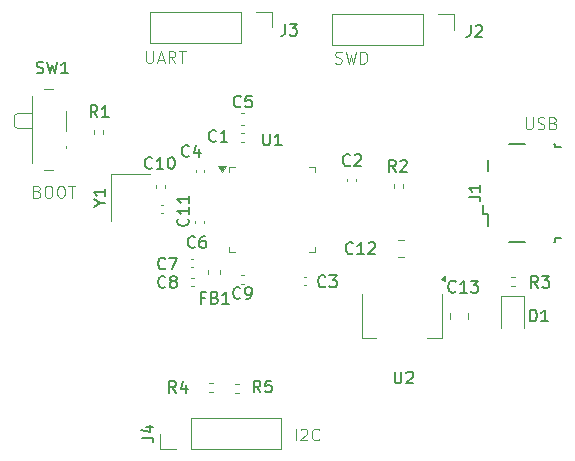
<source format=gbr>
%TF.GenerationSoftware,KiCad,Pcbnew,8.0.8*%
%TF.CreationDate,2025-03-31T20:29:26+08:00*%
%TF.ProjectId,1,312e6b69-6361-4645-9f70-636258585858,rev?*%
%TF.SameCoordinates,Original*%
%TF.FileFunction,Legend,Top*%
%TF.FilePolarity,Positive*%
%FSLAX46Y46*%
G04 Gerber Fmt 4.6, Leading zero omitted, Abs format (unit mm)*
G04 Created by KiCad (PCBNEW 8.0.8) date 2025-03-31 20:29:26*
%MOMM*%
%LPD*%
G01*
G04 APERTURE LIST*
%ADD10C,0.100000*%
%ADD11C,0.150000*%
%ADD12C,0.120000*%
G04 APERTURE END LIST*
D10*
X132353884Y-55522419D02*
X132353884Y-56331942D01*
X132353884Y-56331942D02*
X132401503Y-56427180D01*
X132401503Y-56427180D02*
X132449122Y-56474800D01*
X132449122Y-56474800D02*
X132544360Y-56522419D01*
X132544360Y-56522419D02*
X132734836Y-56522419D01*
X132734836Y-56522419D02*
X132830074Y-56474800D01*
X132830074Y-56474800D02*
X132877693Y-56427180D01*
X132877693Y-56427180D02*
X132925312Y-56331942D01*
X132925312Y-56331942D02*
X132925312Y-55522419D01*
X133353884Y-56474800D02*
X133496741Y-56522419D01*
X133496741Y-56522419D02*
X133734836Y-56522419D01*
X133734836Y-56522419D02*
X133830074Y-56474800D01*
X133830074Y-56474800D02*
X133877693Y-56427180D01*
X133877693Y-56427180D02*
X133925312Y-56331942D01*
X133925312Y-56331942D02*
X133925312Y-56236704D01*
X133925312Y-56236704D02*
X133877693Y-56141466D01*
X133877693Y-56141466D02*
X133830074Y-56093847D01*
X133830074Y-56093847D02*
X133734836Y-56046228D01*
X133734836Y-56046228D02*
X133544360Y-55998609D01*
X133544360Y-55998609D02*
X133449122Y-55950990D01*
X133449122Y-55950990D02*
X133401503Y-55903371D01*
X133401503Y-55903371D02*
X133353884Y-55808133D01*
X133353884Y-55808133D02*
X133353884Y-55712895D01*
X133353884Y-55712895D02*
X133401503Y-55617657D01*
X133401503Y-55617657D02*
X133449122Y-55570038D01*
X133449122Y-55570038D02*
X133544360Y-55522419D01*
X133544360Y-55522419D02*
X133782455Y-55522419D01*
X133782455Y-55522419D02*
X133925312Y-55570038D01*
X134687217Y-55998609D02*
X134830074Y-56046228D01*
X134830074Y-56046228D02*
X134877693Y-56093847D01*
X134877693Y-56093847D02*
X134925312Y-56189085D01*
X134925312Y-56189085D02*
X134925312Y-56331942D01*
X134925312Y-56331942D02*
X134877693Y-56427180D01*
X134877693Y-56427180D02*
X134830074Y-56474800D01*
X134830074Y-56474800D02*
X134734836Y-56522419D01*
X134734836Y-56522419D02*
X134353884Y-56522419D01*
X134353884Y-56522419D02*
X134353884Y-55522419D01*
X134353884Y-55522419D02*
X134687217Y-55522419D01*
X134687217Y-55522419D02*
X134782455Y-55570038D01*
X134782455Y-55570038D02*
X134830074Y-55617657D01*
X134830074Y-55617657D02*
X134877693Y-55712895D01*
X134877693Y-55712895D02*
X134877693Y-55808133D01*
X134877693Y-55808133D02*
X134830074Y-55903371D01*
X134830074Y-55903371D02*
X134782455Y-55950990D01*
X134782455Y-55950990D02*
X134687217Y-55998609D01*
X134687217Y-55998609D02*
X134353884Y-55998609D01*
X116206265Y-50924800D02*
X116349122Y-50972419D01*
X116349122Y-50972419D02*
X116587217Y-50972419D01*
X116587217Y-50972419D02*
X116682455Y-50924800D01*
X116682455Y-50924800D02*
X116730074Y-50877180D01*
X116730074Y-50877180D02*
X116777693Y-50781942D01*
X116777693Y-50781942D02*
X116777693Y-50686704D01*
X116777693Y-50686704D02*
X116730074Y-50591466D01*
X116730074Y-50591466D02*
X116682455Y-50543847D01*
X116682455Y-50543847D02*
X116587217Y-50496228D01*
X116587217Y-50496228D02*
X116396741Y-50448609D01*
X116396741Y-50448609D02*
X116301503Y-50400990D01*
X116301503Y-50400990D02*
X116253884Y-50353371D01*
X116253884Y-50353371D02*
X116206265Y-50258133D01*
X116206265Y-50258133D02*
X116206265Y-50162895D01*
X116206265Y-50162895D02*
X116253884Y-50067657D01*
X116253884Y-50067657D02*
X116301503Y-50020038D01*
X116301503Y-50020038D02*
X116396741Y-49972419D01*
X116396741Y-49972419D02*
X116634836Y-49972419D01*
X116634836Y-49972419D02*
X116777693Y-50020038D01*
X117111027Y-49972419D02*
X117349122Y-50972419D01*
X117349122Y-50972419D02*
X117539598Y-50258133D01*
X117539598Y-50258133D02*
X117730074Y-50972419D01*
X117730074Y-50972419D02*
X117968170Y-49972419D01*
X118349122Y-50972419D02*
X118349122Y-49972419D01*
X118349122Y-49972419D02*
X118587217Y-49972419D01*
X118587217Y-49972419D02*
X118730074Y-50020038D01*
X118730074Y-50020038D02*
X118825312Y-50115276D01*
X118825312Y-50115276D02*
X118872931Y-50210514D01*
X118872931Y-50210514D02*
X118920550Y-50400990D01*
X118920550Y-50400990D02*
X118920550Y-50543847D01*
X118920550Y-50543847D02*
X118872931Y-50734323D01*
X118872931Y-50734323D02*
X118825312Y-50829561D01*
X118825312Y-50829561D02*
X118730074Y-50924800D01*
X118730074Y-50924800D02*
X118587217Y-50972419D01*
X118587217Y-50972419D02*
X118349122Y-50972419D01*
X112853884Y-82872419D02*
X112853884Y-81872419D01*
X113282455Y-81967657D02*
X113330074Y-81920038D01*
X113330074Y-81920038D02*
X113425312Y-81872419D01*
X113425312Y-81872419D02*
X113663407Y-81872419D01*
X113663407Y-81872419D02*
X113758645Y-81920038D01*
X113758645Y-81920038D02*
X113806264Y-81967657D01*
X113806264Y-81967657D02*
X113853883Y-82062895D01*
X113853883Y-82062895D02*
X113853883Y-82158133D01*
X113853883Y-82158133D02*
X113806264Y-82300990D01*
X113806264Y-82300990D02*
X113234836Y-82872419D01*
X113234836Y-82872419D02*
X113853883Y-82872419D01*
X114853883Y-82777180D02*
X114806264Y-82824800D01*
X114806264Y-82824800D02*
X114663407Y-82872419D01*
X114663407Y-82872419D02*
X114568169Y-82872419D01*
X114568169Y-82872419D02*
X114425312Y-82824800D01*
X114425312Y-82824800D02*
X114330074Y-82729561D01*
X114330074Y-82729561D02*
X114282455Y-82634323D01*
X114282455Y-82634323D02*
X114234836Y-82443847D01*
X114234836Y-82443847D02*
X114234836Y-82300990D01*
X114234836Y-82300990D02*
X114282455Y-82110514D01*
X114282455Y-82110514D02*
X114330074Y-82015276D01*
X114330074Y-82015276D02*
X114425312Y-81920038D01*
X114425312Y-81920038D02*
X114568169Y-81872419D01*
X114568169Y-81872419D02*
X114663407Y-81872419D01*
X114663407Y-81872419D02*
X114806264Y-81920038D01*
X114806264Y-81920038D02*
X114853883Y-81967657D01*
X100203884Y-49922419D02*
X100203884Y-50731942D01*
X100203884Y-50731942D02*
X100251503Y-50827180D01*
X100251503Y-50827180D02*
X100299122Y-50874800D01*
X100299122Y-50874800D02*
X100394360Y-50922419D01*
X100394360Y-50922419D02*
X100584836Y-50922419D01*
X100584836Y-50922419D02*
X100680074Y-50874800D01*
X100680074Y-50874800D02*
X100727693Y-50827180D01*
X100727693Y-50827180D02*
X100775312Y-50731942D01*
X100775312Y-50731942D02*
X100775312Y-49922419D01*
X101203884Y-50636704D02*
X101680074Y-50636704D01*
X101108646Y-50922419D02*
X101441979Y-49922419D01*
X101441979Y-49922419D02*
X101775312Y-50922419D01*
X102680074Y-50922419D02*
X102346741Y-50446228D01*
X102108646Y-50922419D02*
X102108646Y-49922419D01*
X102108646Y-49922419D02*
X102489598Y-49922419D01*
X102489598Y-49922419D02*
X102584836Y-49970038D01*
X102584836Y-49970038D02*
X102632455Y-50017657D01*
X102632455Y-50017657D02*
X102680074Y-50112895D01*
X102680074Y-50112895D02*
X102680074Y-50255752D01*
X102680074Y-50255752D02*
X102632455Y-50350990D01*
X102632455Y-50350990D02*
X102584836Y-50398609D01*
X102584836Y-50398609D02*
X102489598Y-50446228D01*
X102489598Y-50446228D02*
X102108646Y-50446228D01*
X102965789Y-49922419D02*
X103537217Y-49922419D01*
X103251503Y-50922419D02*
X103251503Y-49922419D01*
X90987217Y-61798609D02*
X91130074Y-61846228D01*
X91130074Y-61846228D02*
X91177693Y-61893847D01*
X91177693Y-61893847D02*
X91225312Y-61989085D01*
X91225312Y-61989085D02*
X91225312Y-62131942D01*
X91225312Y-62131942D02*
X91177693Y-62227180D01*
X91177693Y-62227180D02*
X91130074Y-62274800D01*
X91130074Y-62274800D02*
X91034836Y-62322419D01*
X91034836Y-62322419D02*
X90653884Y-62322419D01*
X90653884Y-62322419D02*
X90653884Y-61322419D01*
X90653884Y-61322419D02*
X90987217Y-61322419D01*
X90987217Y-61322419D02*
X91082455Y-61370038D01*
X91082455Y-61370038D02*
X91130074Y-61417657D01*
X91130074Y-61417657D02*
X91177693Y-61512895D01*
X91177693Y-61512895D02*
X91177693Y-61608133D01*
X91177693Y-61608133D02*
X91130074Y-61703371D01*
X91130074Y-61703371D02*
X91082455Y-61750990D01*
X91082455Y-61750990D02*
X90987217Y-61798609D01*
X90987217Y-61798609D02*
X90653884Y-61798609D01*
X91844360Y-61322419D02*
X92034836Y-61322419D01*
X92034836Y-61322419D02*
X92130074Y-61370038D01*
X92130074Y-61370038D02*
X92225312Y-61465276D01*
X92225312Y-61465276D02*
X92272931Y-61655752D01*
X92272931Y-61655752D02*
X92272931Y-61989085D01*
X92272931Y-61989085D02*
X92225312Y-62179561D01*
X92225312Y-62179561D02*
X92130074Y-62274800D01*
X92130074Y-62274800D02*
X92034836Y-62322419D01*
X92034836Y-62322419D02*
X91844360Y-62322419D01*
X91844360Y-62322419D02*
X91749122Y-62274800D01*
X91749122Y-62274800D02*
X91653884Y-62179561D01*
X91653884Y-62179561D02*
X91606265Y-61989085D01*
X91606265Y-61989085D02*
X91606265Y-61655752D01*
X91606265Y-61655752D02*
X91653884Y-61465276D01*
X91653884Y-61465276D02*
X91749122Y-61370038D01*
X91749122Y-61370038D02*
X91844360Y-61322419D01*
X92891979Y-61322419D02*
X93082455Y-61322419D01*
X93082455Y-61322419D02*
X93177693Y-61370038D01*
X93177693Y-61370038D02*
X93272931Y-61465276D01*
X93272931Y-61465276D02*
X93320550Y-61655752D01*
X93320550Y-61655752D02*
X93320550Y-61989085D01*
X93320550Y-61989085D02*
X93272931Y-62179561D01*
X93272931Y-62179561D02*
X93177693Y-62274800D01*
X93177693Y-62274800D02*
X93082455Y-62322419D01*
X93082455Y-62322419D02*
X92891979Y-62322419D01*
X92891979Y-62322419D02*
X92796741Y-62274800D01*
X92796741Y-62274800D02*
X92701503Y-62179561D01*
X92701503Y-62179561D02*
X92653884Y-61989085D01*
X92653884Y-61989085D02*
X92653884Y-61655752D01*
X92653884Y-61655752D02*
X92701503Y-61465276D01*
X92701503Y-61465276D02*
X92796741Y-61370038D01*
X92796741Y-61370038D02*
X92891979Y-61322419D01*
X93606265Y-61322419D02*
X94177693Y-61322419D01*
X93891979Y-62322419D02*
X93891979Y-61322419D01*
D11*
X96278628Y-62776190D02*
X96754819Y-62776190D01*
X95754819Y-63109523D02*
X96278628Y-62776190D01*
X96278628Y-62776190D02*
X95754819Y-62442857D01*
X96754819Y-61585714D02*
X96754819Y-62157142D01*
X96754819Y-61871428D02*
X95754819Y-61871428D01*
X95754819Y-61871428D02*
X95897676Y-61966666D01*
X95897676Y-61966666D02*
X95992914Y-62061904D01*
X95992914Y-62061904D02*
X96040533Y-62157142D01*
X108220833Y-54579580D02*
X108173214Y-54627200D01*
X108173214Y-54627200D02*
X108030357Y-54674819D01*
X108030357Y-54674819D02*
X107935119Y-54674819D01*
X107935119Y-54674819D02*
X107792262Y-54627200D01*
X107792262Y-54627200D02*
X107697024Y-54531961D01*
X107697024Y-54531961D02*
X107649405Y-54436723D01*
X107649405Y-54436723D02*
X107601786Y-54246247D01*
X107601786Y-54246247D02*
X107601786Y-54103390D01*
X107601786Y-54103390D02*
X107649405Y-53912914D01*
X107649405Y-53912914D02*
X107697024Y-53817676D01*
X107697024Y-53817676D02*
X107792262Y-53722438D01*
X107792262Y-53722438D02*
X107935119Y-53674819D01*
X107935119Y-53674819D02*
X108030357Y-53674819D01*
X108030357Y-53674819D02*
X108173214Y-53722438D01*
X108173214Y-53722438D02*
X108220833Y-53770057D01*
X109125595Y-53674819D02*
X108649405Y-53674819D01*
X108649405Y-53674819D02*
X108601786Y-54151009D01*
X108601786Y-54151009D02*
X108649405Y-54103390D01*
X108649405Y-54103390D02*
X108744643Y-54055771D01*
X108744643Y-54055771D02*
X108982738Y-54055771D01*
X108982738Y-54055771D02*
X109077976Y-54103390D01*
X109077976Y-54103390D02*
X109125595Y-54151009D01*
X109125595Y-54151009D02*
X109173214Y-54246247D01*
X109173214Y-54246247D02*
X109173214Y-54484342D01*
X109173214Y-54484342D02*
X109125595Y-54579580D01*
X109125595Y-54579580D02*
X109077976Y-54627200D01*
X109077976Y-54627200D02*
X108982738Y-54674819D01*
X108982738Y-54674819D02*
X108744643Y-54674819D01*
X108744643Y-54674819D02*
X108649405Y-54627200D01*
X108649405Y-54627200D02*
X108601786Y-54579580D01*
X99824819Y-82633333D02*
X100539104Y-82633333D01*
X100539104Y-82633333D02*
X100681961Y-82680952D01*
X100681961Y-82680952D02*
X100777200Y-82776190D01*
X100777200Y-82776190D02*
X100824819Y-82919047D01*
X100824819Y-82919047D02*
X100824819Y-83014285D01*
X100158152Y-81728571D02*
X100824819Y-81728571D01*
X99777200Y-81966666D02*
X100491485Y-82204761D01*
X100491485Y-82204761D02*
X100491485Y-81585714D01*
X110100595Y-56904819D02*
X110100595Y-57714342D01*
X110100595Y-57714342D02*
X110148214Y-57809580D01*
X110148214Y-57809580D02*
X110195833Y-57857200D01*
X110195833Y-57857200D02*
X110291071Y-57904819D01*
X110291071Y-57904819D02*
X110481547Y-57904819D01*
X110481547Y-57904819D02*
X110576785Y-57857200D01*
X110576785Y-57857200D02*
X110624404Y-57809580D01*
X110624404Y-57809580D02*
X110672023Y-57714342D01*
X110672023Y-57714342D02*
X110672023Y-56904819D01*
X111672023Y-57904819D02*
X111100595Y-57904819D01*
X111386309Y-57904819D02*
X111386309Y-56904819D01*
X111386309Y-56904819D02*
X111291071Y-57047676D01*
X111291071Y-57047676D02*
X111195833Y-57142914D01*
X111195833Y-57142914D02*
X111100595Y-57190533D01*
X117707142Y-67009580D02*
X117659523Y-67057200D01*
X117659523Y-67057200D02*
X117516666Y-67104819D01*
X117516666Y-67104819D02*
X117421428Y-67104819D01*
X117421428Y-67104819D02*
X117278571Y-67057200D01*
X117278571Y-67057200D02*
X117183333Y-66961961D01*
X117183333Y-66961961D02*
X117135714Y-66866723D01*
X117135714Y-66866723D02*
X117088095Y-66676247D01*
X117088095Y-66676247D02*
X117088095Y-66533390D01*
X117088095Y-66533390D02*
X117135714Y-66342914D01*
X117135714Y-66342914D02*
X117183333Y-66247676D01*
X117183333Y-66247676D02*
X117278571Y-66152438D01*
X117278571Y-66152438D02*
X117421428Y-66104819D01*
X117421428Y-66104819D02*
X117516666Y-66104819D01*
X117516666Y-66104819D02*
X117659523Y-66152438D01*
X117659523Y-66152438D02*
X117707142Y-66200057D01*
X118659523Y-67104819D02*
X118088095Y-67104819D01*
X118373809Y-67104819D02*
X118373809Y-66104819D01*
X118373809Y-66104819D02*
X118278571Y-66247676D01*
X118278571Y-66247676D02*
X118183333Y-66342914D01*
X118183333Y-66342914D02*
X118088095Y-66390533D01*
X119040476Y-66200057D02*
X119088095Y-66152438D01*
X119088095Y-66152438D02*
X119183333Y-66104819D01*
X119183333Y-66104819D02*
X119421428Y-66104819D01*
X119421428Y-66104819D02*
X119516666Y-66152438D01*
X119516666Y-66152438D02*
X119564285Y-66200057D01*
X119564285Y-66200057D02*
X119611904Y-66295295D01*
X119611904Y-66295295D02*
X119611904Y-66390533D01*
X119611904Y-66390533D02*
X119564285Y-66533390D01*
X119564285Y-66533390D02*
X118992857Y-67104819D01*
X118992857Y-67104819D02*
X119611904Y-67104819D01*
X126407142Y-70259580D02*
X126359523Y-70307200D01*
X126359523Y-70307200D02*
X126216666Y-70354819D01*
X126216666Y-70354819D02*
X126121428Y-70354819D01*
X126121428Y-70354819D02*
X125978571Y-70307200D01*
X125978571Y-70307200D02*
X125883333Y-70211961D01*
X125883333Y-70211961D02*
X125835714Y-70116723D01*
X125835714Y-70116723D02*
X125788095Y-69926247D01*
X125788095Y-69926247D02*
X125788095Y-69783390D01*
X125788095Y-69783390D02*
X125835714Y-69592914D01*
X125835714Y-69592914D02*
X125883333Y-69497676D01*
X125883333Y-69497676D02*
X125978571Y-69402438D01*
X125978571Y-69402438D02*
X126121428Y-69354819D01*
X126121428Y-69354819D02*
X126216666Y-69354819D01*
X126216666Y-69354819D02*
X126359523Y-69402438D01*
X126359523Y-69402438D02*
X126407142Y-69450057D01*
X127359523Y-70354819D02*
X126788095Y-70354819D01*
X127073809Y-70354819D02*
X127073809Y-69354819D01*
X127073809Y-69354819D02*
X126978571Y-69497676D01*
X126978571Y-69497676D02*
X126883333Y-69592914D01*
X126883333Y-69592914D02*
X126788095Y-69640533D01*
X127692857Y-69354819D02*
X128311904Y-69354819D01*
X128311904Y-69354819D02*
X127978571Y-69735771D01*
X127978571Y-69735771D02*
X128121428Y-69735771D01*
X128121428Y-69735771D02*
X128216666Y-69783390D01*
X128216666Y-69783390D02*
X128264285Y-69831009D01*
X128264285Y-69831009D02*
X128311904Y-69926247D01*
X128311904Y-69926247D02*
X128311904Y-70164342D01*
X128311904Y-70164342D02*
X128264285Y-70259580D01*
X128264285Y-70259580D02*
X128216666Y-70307200D01*
X128216666Y-70307200D02*
X128121428Y-70354819D01*
X128121428Y-70354819D02*
X127835714Y-70354819D01*
X127835714Y-70354819D02*
X127740476Y-70307200D01*
X127740476Y-70307200D02*
X127692857Y-70259580D01*
X117483333Y-59559580D02*
X117435714Y-59607200D01*
X117435714Y-59607200D02*
X117292857Y-59654819D01*
X117292857Y-59654819D02*
X117197619Y-59654819D01*
X117197619Y-59654819D02*
X117054762Y-59607200D01*
X117054762Y-59607200D02*
X116959524Y-59511961D01*
X116959524Y-59511961D02*
X116911905Y-59416723D01*
X116911905Y-59416723D02*
X116864286Y-59226247D01*
X116864286Y-59226247D02*
X116864286Y-59083390D01*
X116864286Y-59083390D02*
X116911905Y-58892914D01*
X116911905Y-58892914D02*
X116959524Y-58797676D01*
X116959524Y-58797676D02*
X117054762Y-58702438D01*
X117054762Y-58702438D02*
X117197619Y-58654819D01*
X117197619Y-58654819D02*
X117292857Y-58654819D01*
X117292857Y-58654819D02*
X117435714Y-58702438D01*
X117435714Y-58702438D02*
X117483333Y-58750057D01*
X117864286Y-58750057D02*
X117911905Y-58702438D01*
X117911905Y-58702438D02*
X118007143Y-58654819D01*
X118007143Y-58654819D02*
X118245238Y-58654819D01*
X118245238Y-58654819D02*
X118340476Y-58702438D01*
X118340476Y-58702438D02*
X118388095Y-58750057D01*
X118388095Y-58750057D02*
X118435714Y-58845295D01*
X118435714Y-58845295D02*
X118435714Y-58940533D01*
X118435714Y-58940533D02*
X118388095Y-59083390D01*
X118388095Y-59083390D02*
X117816667Y-59654819D01*
X117816667Y-59654819D02*
X118435714Y-59654819D01*
X121333333Y-60144819D02*
X121000000Y-59668628D01*
X120761905Y-60144819D02*
X120761905Y-59144819D01*
X120761905Y-59144819D02*
X121142857Y-59144819D01*
X121142857Y-59144819D02*
X121238095Y-59192438D01*
X121238095Y-59192438D02*
X121285714Y-59240057D01*
X121285714Y-59240057D02*
X121333333Y-59335295D01*
X121333333Y-59335295D02*
X121333333Y-59478152D01*
X121333333Y-59478152D02*
X121285714Y-59573390D01*
X121285714Y-59573390D02*
X121238095Y-59621009D01*
X121238095Y-59621009D02*
X121142857Y-59668628D01*
X121142857Y-59668628D02*
X120761905Y-59668628D01*
X121714286Y-59240057D02*
X121761905Y-59192438D01*
X121761905Y-59192438D02*
X121857143Y-59144819D01*
X121857143Y-59144819D02*
X122095238Y-59144819D01*
X122095238Y-59144819D02*
X122190476Y-59192438D01*
X122190476Y-59192438D02*
X122238095Y-59240057D01*
X122238095Y-59240057D02*
X122285714Y-59335295D01*
X122285714Y-59335295D02*
X122285714Y-59430533D01*
X122285714Y-59430533D02*
X122238095Y-59573390D01*
X122238095Y-59573390D02*
X121666667Y-60144819D01*
X121666667Y-60144819D02*
X122285714Y-60144819D01*
X102733333Y-78854819D02*
X102400000Y-78378628D01*
X102161905Y-78854819D02*
X102161905Y-77854819D01*
X102161905Y-77854819D02*
X102542857Y-77854819D01*
X102542857Y-77854819D02*
X102638095Y-77902438D01*
X102638095Y-77902438D02*
X102685714Y-77950057D01*
X102685714Y-77950057D02*
X102733333Y-78045295D01*
X102733333Y-78045295D02*
X102733333Y-78188152D01*
X102733333Y-78188152D02*
X102685714Y-78283390D01*
X102685714Y-78283390D02*
X102638095Y-78331009D01*
X102638095Y-78331009D02*
X102542857Y-78378628D01*
X102542857Y-78378628D02*
X102161905Y-78378628D01*
X103590476Y-78188152D02*
X103590476Y-78854819D01*
X103352381Y-77807200D02*
X103114286Y-78521485D01*
X103114286Y-78521485D02*
X103733333Y-78521485D01*
X103833333Y-58779580D02*
X103785714Y-58827200D01*
X103785714Y-58827200D02*
X103642857Y-58874819D01*
X103642857Y-58874819D02*
X103547619Y-58874819D01*
X103547619Y-58874819D02*
X103404762Y-58827200D01*
X103404762Y-58827200D02*
X103309524Y-58731961D01*
X103309524Y-58731961D02*
X103261905Y-58636723D01*
X103261905Y-58636723D02*
X103214286Y-58446247D01*
X103214286Y-58446247D02*
X103214286Y-58303390D01*
X103214286Y-58303390D02*
X103261905Y-58112914D01*
X103261905Y-58112914D02*
X103309524Y-58017676D01*
X103309524Y-58017676D02*
X103404762Y-57922438D01*
X103404762Y-57922438D02*
X103547619Y-57874819D01*
X103547619Y-57874819D02*
X103642857Y-57874819D01*
X103642857Y-57874819D02*
X103785714Y-57922438D01*
X103785714Y-57922438D02*
X103833333Y-57970057D01*
X104690476Y-58208152D02*
X104690476Y-58874819D01*
X104452381Y-57827200D02*
X104214286Y-58541485D01*
X104214286Y-58541485D02*
X104833333Y-58541485D01*
X111966666Y-47604819D02*
X111966666Y-48319104D01*
X111966666Y-48319104D02*
X111919047Y-48461961D01*
X111919047Y-48461961D02*
X111823809Y-48557200D01*
X111823809Y-48557200D02*
X111680952Y-48604819D01*
X111680952Y-48604819D02*
X111585714Y-48604819D01*
X112347619Y-47604819D02*
X112966666Y-47604819D01*
X112966666Y-47604819D02*
X112633333Y-47985771D01*
X112633333Y-47985771D02*
X112776190Y-47985771D01*
X112776190Y-47985771D02*
X112871428Y-48033390D01*
X112871428Y-48033390D02*
X112919047Y-48081009D01*
X112919047Y-48081009D02*
X112966666Y-48176247D01*
X112966666Y-48176247D02*
X112966666Y-48414342D01*
X112966666Y-48414342D02*
X112919047Y-48509580D01*
X112919047Y-48509580D02*
X112871428Y-48557200D01*
X112871428Y-48557200D02*
X112776190Y-48604819D01*
X112776190Y-48604819D02*
X112490476Y-48604819D01*
X112490476Y-48604819D02*
X112395238Y-48557200D01*
X112395238Y-48557200D02*
X112347619Y-48509580D01*
X133383333Y-69954819D02*
X133050000Y-69478628D01*
X132811905Y-69954819D02*
X132811905Y-68954819D01*
X132811905Y-68954819D02*
X133192857Y-68954819D01*
X133192857Y-68954819D02*
X133288095Y-69002438D01*
X133288095Y-69002438D02*
X133335714Y-69050057D01*
X133335714Y-69050057D02*
X133383333Y-69145295D01*
X133383333Y-69145295D02*
X133383333Y-69288152D01*
X133383333Y-69288152D02*
X133335714Y-69383390D01*
X133335714Y-69383390D02*
X133288095Y-69431009D01*
X133288095Y-69431009D02*
X133192857Y-69478628D01*
X133192857Y-69478628D02*
X132811905Y-69478628D01*
X133716667Y-68954819D02*
X134335714Y-68954819D01*
X134335714Y-68954819D02*
X134002381Y-69335771D01*
X134002381Y-69335771D02*
X134145238Y-69335771D01*
X134145238Y-69335771D02*
X134240476Y-69383390D01*
X134240476Y-69383390D02*
X134288095Y-69431009D01*
X134288095Y-69431009D02*
X134335714Y-69526247D01*
X134335714Y-69526247D02*
X134335714Y-69764342D01*
X134335714Y-69764342D02*
X134288095Y-69859580D01*
X134288095Y-69859580D02*
X134240476Y-69907200D01*
X134240476Y-69907200D02*
X134145238Y-69954819D01*
X134145238Y-69954819D02*
X133859524Y-69954819D01*
X133859524Y-69954819D02*
X133764286Y-69907200D01*
X133764286Y-69907200D02*
X133716667Y-69859580D01*
X105166666Y-70781009D02*
X104833333Y-70781009D01*
X104833333Y-71304819D02*
X104833333Y-70304819D01*
X104833333Y-70304819D02*
X105309523Y-70304819D01*
X106023809Y-70781009D02*
X106166666Y-70828628D01*
X106166666Y-70828628D02*
X106214285Y-70876247D01*
X106214285Y-70876247D02*
X106261904Y-70971485D01*
X106261904Y-70971485D02*
X106261904Y-71114342D01*
X106261904Y-71114342D02*
X106214285Y-71209580D01*
X106214285Y-71209580D02*
X106166666Y-71257200D01*
X106166666Y-71257200D02*
X106071428Y-71304819D01*
X106071428Y-71304819D02*
X105690476Y-71304819D01*
X105690476Y-71304819D02*
X105690476Y-70304819D01*
X105690476Y-70304819D02*
X106023809Y-70304819D01*
X106023809Y-70304819D02*
X106119047Y-70352438D01*
X106119047Y-70352438D02*
X106166666Y-70400057D01*
X106166666Y-70400057D02*
X106214285Y-70495295D01*
X106214285Y-70495295D02*
X106214285Y-70590533D01*
X106214285Y-70590533D02*
X106166666Y-70685771D01*
X106166666Y-70685771D02*
X106119047Y-70733390D01*
X106119047Y-70733390D02*
X106023809Y-70781009D01*
X106023809Y-70781009D02*
X105690476Y-70781009D01*
X107214285Y-71304819D02*
X106642857Y-71304819D01*
X106928571Y-71304819D02*
X106928571Y-70304819D01*
X106928571Y-70304819D02*
X106833333Y-70447676D01*
X106833333Y-70447676D02*
X106738095Y-70542914D01*
X106738095Y-70542914D02*
X106642857Y-70590533D01*
X127504819Y-62233333D02*
X128219104Y-62233333D01*
X128219104Y-62233333D02*
X128361961Y-62280952D01*
X128361961Y-62280952D02*
X128457200Y-62376190D01*
X128457200Y-62376190D02*
X128504819Y-62519047D01*
X128504819Y-62519047D02*
X128504819Y-62614285D01*
X128504819Y-61233333D02*
X128504819Y-61804761D01*
X128504819Y-61519047D02*
X127504819Y-61519047D01*
X127504819Y-61519047D02*
X127647676Y-61614285D01*
X127647676Y-61614285D02*
X127742914Y-61709523D01*
X127742914Y-61709523D02*
X127790533Y-61804761D01*
X104333333Y-66479580D02*
X104285714Y-66527200D01*
X104285714Y-66527200D02*
X104142857Y-66574819D01*
X104142857Y-66574819D02*
X104047619Y-66574819D01*
X104047619Y-66574819D02*
X103904762Y-66527200D01*
X103904762Y-66527200D02*
X103809524Y-66431961D01*
X103809524Y-66431961D02*
X103761905Y-66336723D01*
X103761905Y-66336723D02*
X103714286Y-66146247D01*
X103714286Y-66146247D02*
X103714286Y-66003390D01*
X103714286Y-66003390D02*
X103761905Y-65812914D01*
X103761905Y-65812914D02*
X103809524Y-65717676D01*
X103809524Y-65717676D02*
X103904762Y-65622438D01*
X103904762Y-65622438D02*
X104047619Y-65574819D01*
X104047619Y-65574819D02*
X104142857Y-65574819D01*
X104142857Y-65574819D02*
X104285714Y-65622438D01*
X104285714Y-65622438D02*
X104333333Y-65670057D01*
X105190476Y-65574819D02*
X105000000Y-65574819D01*
X105000000Y-65574819D02*
X104904762Y-65622438D01*
X104904762Y-65622438D02*
X104857143Y-65670057D01*
X104857143Y-65670057D02*
X104761905Y-65812914D01*
X104761905Y-65812914D02*
X104714286Y-66003390D01*
X104714286Y-66003390D02*
X104714286Y-66384342D01*
X104714286Y-66384342D02*
X104761905Y-66479580D01*
X104761905Y-66479580D02*
X104809524Y-66527200D01*
X104809524Y-66527200D02*
X104904762Y-66574819D01*
X104904762Y-66574819D02*
X105095238Y-66574819D01*
X105095238Y-66574819D02*
X105190476Y-66527200D01*
X105190476Y-66527200D02*
X105238095Y-66479580D01*
X105238095Y-66479580D02*
X105285714Y-66384342D01*
X105285714Y-66384342D02*
X105285714Y-66146247D01*
X105285714Y-66146247D02*
X105238095Y-66051009D01*
X105238095Y-66051009D02*
X105190476Y-66003390D01*
X105190476Y-66003390D02*
X105095238Y-65955771D01*
X105095238Y-65955771D02*
X104904762Y-65955771D01*
X104904762Y-65955771D02*
X104809524Y-66003390D01*
X104809524Y-66003390D02*
X104761905Y-66051009D01*
X104761905Y-66051009D02*
X104714286Y-66146247D01*
X90921667Y-51757200D02*
X91064524Y-51804819D01*
X91064524Y-51804819D02*
X91302619Y-51804819D01*
X91302619Y-51804819D02*
X91397857Y-51757200D01*
X91397857Y-51757200D02*
X91445476Y-51709580D01*
X91445476Y-51709580D02*
X91493095Y-51614342D01*
X91493095Y-51614342D02*
X91493095Y-51519104D01*
X91493095Y-51519104D02*
X91445476Y-51423866D01*
X91445476Y-51423866D02*
X91397857Y-51376247D01*
X91397857Y-51376247D02*
X91302619Y-51328628D01*
X91302619Y-51328628D02*
X91112143Y-51281009D01*
X91112143Y-51281009D02*
X91016905Y-51233390D01*
X91016905Y-51233390D02*
X90969286Y-51185771D01*
X90969286Y-51185771D02*
X90921667Y-51090533D01*
X90921667Y-51090533D02*
X90921667Y-50995295D01*
X90921667Y-50995295D02*
X90969286Y-50900057D01*
X90969286Y-50900057D02*
X91016905Y-50852438D01*
X91016905Y-50852438D02*
X91112143Y-50804819D01*
X91112143Y-50804819D02*
X91350238Y-50804819D01*
X91350238Y-50804819D02*
X91493095Y-50852438D01*
X91826429Y-50804819D02*
X92064524Y-51804819D01*
X92064524Y-51804819D02*
X92255000Y-51090533D01*
X92255000Y-51090533D02*
X92445476Y-51804819D01*
X92445476Y-51804819D02*
X92683572Y-50804819D01*
X93588333Y-51804819D02*
X93016905Y-51804819D01*
X93302619Y-51804819D02*
X93302619Y-50804819D01*
X93302619Y-50804819D02*
X93207381Y-50947676D01*
X93207381Y-50947676D02*
X93112143Y-51042914D01*
X93112143Y-51042914D02*
X93016905Y-51090533D01*
X101833333Y-68309580D02*
X101785714Y-68357200D01*
X101785714Y-68357200D02*
X101642857Y-68404819D01*
X101642857Y-68404819D02*
X101547619Y-68404819D01*
X101547619Y-68404819D02*
X101404762Y-68357200D01*
X101404762Y-68357200D02*
X101309524Y-68261961D01*
X101309524Y-68261961D02*
X101261905Y-68166723D01*
X101261905Y-68166723D02*
X101214286Y-67976247D01*
X101214286Y-67976247D02*
X101214286Y-67833390D01*
X101214286Y-67833390D02*
X101261905Y-67642914D01*
X101261905Y-67642914D02*
X101309524Y-67547676D01*
X101309524Y-67547676D02*
X101404762Y-67452438D01*
X101404762Y-67452438D02*
X101547619Y-67404819D01*
X101547619Y-67404819D02*
X101642857Y-67404819D01*
X101642857Y-67404819D02*
X101785714Y-67452438D01*
X101785714Y-67452438D02*
X101833333Y-67500057D01*
X102166667Y-67404819D02*
X102833333Y-67404819D01*
X102833333Y-67404819D02*
X102404762Y-68404819D01*
X108183333Y-70809580D02*
X108135714Y-70857200D01*
X108135714Y-70857200D02*
X107992857Y-70904819D01*
X107992857Y-70904819D02*
X107897619Y-70904819D01*
X107897619Y-70904819D02*
X107754762Y-70857200D01*
X107754762Y-70857200D02*
X107659524Y-70761961D01*
X107659524Y-70761961D02*
X107611905Y-70666723D01*
X107611905Y-70666723D02*
X107564286Y-70476247D01*
X107564286Y-70476247D02*
X107564286Y-70333390D01*
X107564286Y-70333390D02*
X107611905Y-70142914D01*
X107611905Y-70142914D02*
X107659524Y-70047676D01*
X107659524Y-70047676D02*
X107754762Y-69952438D01*
X107754762Y-69952438D02*
X107897619Y-69904819D01*
X107897619Y-69904819D02*
X107992857Y-69904819D01*
X107992857Y-69904819D02*
X108135714Y-69952438D01*
X108135714Y-69952438D02*
X108183333Y-70000057D01*
X108659524Y-70904819D02*
X108850000Y-70904819D01*
X108850000Y-70904819D02*
X108945238Y-70857200D01*
X108945238Y-70857200D02*
X108992857Y-70809580D01*
X108992857Y-70809580D02*
X109088095Y-70666723D01*
X109088095Y-70666723D02*
X109135714Y-70476247D01*
X109135714Y-70476247D02*
X109135714Y-70095295D01*
X109135714Y-70095295D02*
X109088095Y-70000057D01*
X109088095Y-70000057D02*
X109040476Y-69952438D01*
X109040476Y-69952438D02*
X108945238Y-69904819D01*
X108945238Y-69904819D02*
X108754762Y-69904819D01*
X108754762Y-69904819D02*
X108659524Y-69952438D01*
X108659524Y-69952438D02*
X108611905Y-70000057D01*
X108611905Y-70000057D02*
X108564286Y-70095295D01*
X108564286Y-70095295D02*
X108564286Y-70333390D01*
X108564286Y-70333390D02*
X108611905Y-70428628D01*
X108611905Y-70428628D02*
X108659524Y-70476247D01*
X108659524Y-70476247D02*
X108754762Y-70523866D01*
X108754762Y-70523866D02*
X108945238Y-70523866D01*
X108945238Y-70523866D02*
X109040476Y-70476247D01*
X109040476Y-70476247D02*
X109088095Y-70428628D01*
X109088095Y-70428628D02*
X109135714Y-70333390D01*
X106133333Y-57509580D02*
X106085714Y-57557200D01*
X106085714Y-57557200D02*
X105942857Y-57604819D01*
X105942857Y-57604819D02*
X105847619Y-57604819D01*
X105847619Y-57604819D02*
X105704762Y-57557200D01*
X105704762Y-57557200D02*
X105609524Y-57461961D01*
X105609524Y-57461961D02*
X105561905Y-57366723D01*
X105561905Y-57366723D02*
X105514286Y-57176247D01*
X105514286Y-57176247D02*
X105514286Y-57033390D01*
X105514286Y-57033390D02*
X105561905Y-56842914D01*
X105561905Y-56842914D02*
X105609524Y-56747676D01*
X105609524Y-56747676D02*
X105704762Y-56652438D01*
X105704762Y-56652438D02*
X105847619Y-56604819D01*
X105847619Y-56604819D02*
X105942857Y-56604819D01*
X105942857Y-56604819D02*
X106085714Y-56652438D01*
X106085714Y-56652438D02*
X106133333Y-56700057D01*
X107085714Y-57604819D02*
X106514286Y-57604819D01*
X106800000Y-57604819D02*
X106800000Y-56604819D01*
X106800000Y-56604819D02*
X106704762Y-56747676D01*
X106704762Y-56747676D02*
X106609524Y-56842914D01*
X106609524Y-56842914D02*
X106514286Y-56890533D01*
X132711905Y-72804819D02*
X132711905Y-71804819D01*
X132711905Y-71804819D02*
X132950000Y-71804819D01*
X132950000Y-71804819D02*
X133092857Y-71852438D01*
X133092857Y-71852438D02*
X133188095Y-71947676D01*
X133188095Y-71947676D02*
X133235714Y-72042914D01*
X133235714Y-72042914D02*
X133283333Y-72233390D01*
X133283333Y-72233390D02*
X133283333Y-72376247D01*
X133283333Y-72376247D02*
X133235714Y-72566723D01*
X133235714Y-72566723D02*
X133188095Y-72661961D01*
X133188095Y-72661961D02*
X133092857Y-72757200D01*
X133092857Y-72757200D02*
X132950000Y-72804819D01*
X132950000Y-72804819D02*
X132711905Y-72804819D01*
X134235714Y-72804819D02*
X133664286Y-72804819D01*
X133950000Y-72804819D02*
X133950000Y-71804819D01*
X133950000Y-71804819D02*
X133854762Y-71947676D01*
X133854762Y-71947676D02*
X133759524Y-72042914D01*
X133759524Y-72042914D02*
X133664286Y-72090533D01*
X101833333Y-69859580D02*
X101785714Y-69907200D01*
X101785714Y-69907200D02*
X101642857Y-69954819D01*
X101642857Y-69954819D02*
X101547619Y-69954819D01*
X101547619Y-69954819D02*
X101404762Y-69907200D01*
X101404762Y-69907200D02*
X101309524Y-69811961D01*
X101309524Y-69811961D02*
X101261905Y-69716723D01*
X101261905Y-69716723D02*
X101214286Y-69526247D01*
X101214286Y-69526247D02*
X101214286Y-69383390D01*
X101214286Y-69383390D02*
X101261905Y-69192914D01*
X101261905Y-69192914D02*
X101309524Y-69097676D01*
X101309524Y-69097676D02*
X101404762Y-69002438D01*
X101404762Y-69002438D02*
X101547619Y-68954819D01*
X101547619Y-68954819D02*
X101642857Y-68954819D01*
X101642857Y-68954819D02*
X101785714Y-69002438D01*
X101785714Y-69002438D02*
X101833333Y-69050057D01*
X102404762Y-69383390D02*
X102309524Y-69335771D01*
X102309524Y-69335771D02*
X102261905Y-69288152D01*
X102261905Y-69288152D02*
X102214286Y-69192914D01*
X102214286Y-69192914D02*
X102214286Y-69145295D01*
X102214286Y-69145295D02*
X102261905Y-69050057D01*
X102261905Y-69050057D02*
X102309524Y-69002438D01*
X102309524Y-69002438D02*
X102404762Y-68954819D01*
X102404762Y-68954819D02*
X102595238Y-68954819D01*
X102595238Y-68954819D02*
X102690476Y-69002438D01*
X102690476Y-69002438D02*
X102738095Y-69050057D01*
X102738095Y-69050057D02*
X102785714Y-69145295D01*
X102785714Y-69145295D02*
X102785714Y-69192914D01*
X102785714Y-69192914D02*
X102738095Y-69288152D01*
X102738095Y-69288152D02*
X102690476Y-69335771D01*
X102690476Y-69335771D02*
X102595238Y-69383390D01*
X102595238Y-69383390D02*
X102404762Y-69383390D01*
X102404762Y-69383390D02*
X102309524Y-69431009D01*
X102309524Y-69431009D02*
X102261905Y-69478628D01*
X102261905Y-69478628D02*
X102214286Y-69573866D01*
X102214286Y-69573866D02*
X102214286Y-69764342D01*
X102214286Y-69764342D02*
X102261905Y-69859580D01*
X102261905Y-69859580D02*
X102309524Y-69907200D01*
X102309524Y-69907200D02*
X102404762Y-69954819D01*
X102404762Y-69954819D02*
X102595238Y-69954819D01*
X102595238Y-69954819D02*
X102690476Y-69907200D01*
X102690476Y-69907200D02*
X102738095Y-69859580D01*
X102738095Y-69859580D02*
X102785714Y-69764342D01*
X102785714Y-69764342D02*
X102785714Y-69573866D01*
X102785714Y-69573866D02*
X102738095Y-69478628D01*
X102738095Y-69478628D02*
X102690476Y-69431009D01*
X102690476Y-69431009D02*
X102595238Y-69383390D01*
X100707142Y-59799580D02*
X100659523Y-59847200D01*
X100659523Y-59847200D02*
X100516666Y-59894819D01*
X100516666Y-59894819D02*
X100421428Y-59894819D01*
X100421428Y-59894819D02*
X100278571Y-59847200D01*
X100278571Y-59847200D02*
X100183333Y-59751961D01*
X100183333Y-59751961D02*
X100135714Y-59656723D01*
X100135714Y-59656723D02*
X100088095Y-59466247D01*
X100088095Y-59466247D02*
X100088095Y-59323390D01*
X100088095Y-59323390D02*
X100135714Y-59132914D01*
X100135714Y-59132914D02*
X100183333Y-59037676D01*
X100183333Y-59037676D02*
X100278571Y-58942438D01*
X100278571Y-58942438D02*
X100421428Y-58894819D01*
X100421428Y-58894819D02*
X100516666Y-58894819D01*
X100516666Y-58894819D02*
X100659523Y-58942438D01*
X100659523Y-58942438D02*
X100707142Y-58990057D01*
X101659523Y-59894819D02*
X101088095Y-59894819D01*
X101373809Y-59894819D02*
X101373809Y-58894819D01*
X101373809Y-58894819D02*
X101278571Y-59037676D01*
X101278571Y-59037676D02*
X101183333Y-59132914D01*
X101183333Y-59132914D02*
X101088095Y-59180533D01*
X102278571Y-58894819D02*
X102373809Y-58894819D01*
X102373809Y-58894819D02*
X102469047Y-58942438D01*
X102469047Y-58942438D02*
X102516666Y-58990057D01*
X102516666Y-58990057D02*
X102564285Y-59085295D01*
X102564285Y-59085295D02*
X102611904Y-59275771D01*
X102611904Y-59275771D02*
X102611904Y-59513866D01*
X102611904Y-59513866D02*
X102564285Y-59704342D01*
X102564285Y-59704342D02*
X102516666Y-59799580D01*
X102516666Y-59799580D02*
X102469047Y-59847200D01*
X102469047Y-59847200D02*
X102373809Y-59894819D01*
X102373809Y-59894819D02*
X102278571Y-59894819D01*
X102278571Y-59894819D02*
X102183333Y-59847200D01*
X102183333Y-59847200D02*
X102135714Y-59799580D01*
X102135714Y-59799580D02*
X102088095Y-59704342D01*
X102088095Y-59704342D02*
X102040476Y-59513866D01*
X102040476Y-59513866D02*
X102040476Y-59275771D01*
X102040476Y-59275771D02*
X102088095Y-59085295D01*
X102088095Y-59085295D02*
X102135714Y-58990057D01*
X102135714Y-58990057D02*
X102183333Y-58942438D01*
X102183333Y-58942438D02*
X102278571Y-58894819D01*
X127666666Y-47704819D02*
X127666666Y-48419104D01*
X127666666Y-48419104D02*
X127619047Y-48561961D01*
X127619047Y-48561961D02*
X127523809Y-48657200D01*
X127523809Y-48657200D02*
X127380952Y-48704819D01*
X127380952Y-48704819D02*
X127285714Y-48704819D01*
X128095238Y-47800057D02*
X128142857Y-47752438D01*
X128142857Y-47752438D02*
X128238095Y-47704819D01*
X128238095Y-47704819D02*
X128476190Y-47704819D01*
X128476190Y-47704819D02*
X128571428Y-47752438D01*
X128571428Y-47752438D02*
X128619047Y-47800057D01*
X128619047Y-47800057D02*
X128666666Y-47895295D01*
X128666666Y-47895295D02*
X128666666Y-47990533D01*
X128666666Y-47990533D02*
X128619047Y-48133390D01*
X128619047Y-48133390D02*
X128047619Y-48704819D01*
X128047619Y-48704819D02*
X128666666Y-48704819D01*
X121238095Y-77054819D02*
X121238095Y-77864342D01*
X121238095Y-77864342D02*
X121285714Y-77959580D01*
X121285714Y-77959580D02*
X121333333Y-78007200D01*
X121333333Y-78007200D02*
X121428571Y-78054819D01*
X121428571Y-78054819D02*
X121619047Y-78054819D01*
X121619047Y-78054819D02*
X121714285Y-78007200D01*
X121714285Y-78007200D02*
X121761904Y-77959580D01*
X121761904Y-77959580D02*
X121809523Y-77864342D01*
X121809523Y-77864342D02*
X121809523Y-77054819D01*
X122238095Y-77150057D02*
X122285714Y-77102438D01*
X122285714Y-77102438D02*
X122380952Y-77054819D01*
X122380952Y-77054819D02*
X122619047Y-77054819D01*
X122619047Y-77054819D02*
X122714285Y-77102438D01*
X122714285Y-77102438D02*
X122761904Y-77150057D01*
X122761904Y-77150057D02*
X122809523Y-77245295D01*
X122809523Y-77245295D02*
X122809523Y-77340533D01*
X122809523Y-77340533D02*
X122761904Y-77483390D01*
X122761904Y-77483390D02*
X122190476Y-78054819D01*
X122190476Y-78054819D02*
X122809523Y-78054819D01*
X96083333Y-55514819D02*
X95750000Y-55038628D01*
X95511905Y-55514819D02*
X95511905Y-54514819D01*
X95511905Y-54514819D02*
X95892857Y-54514819D01*
X95892857Y-54514819D02*
X95988095Y-54562438D01*
X95988095Y-54562438D02*
X96035714Y-54610057D01*
X96035714Y-54610057D02*
X96083333Y-54705295D01*
X96083333Y-54705295D02*
X96083333Y-54848152D01*
X96083333Y-54848152D02*
X96035714Y-54943390D01*
X96035714Y-54943390D02*
X95988095Y-54991009D01*
X95988095Y-54991009D02*
X95892857Y-55038628D01*
X95892857Y-55038628D02*
X95511905Y-55038628D01*
X97035714Y-55514819D02*
X96464286Y-55514819D01*
X96750000Y-55514819D02*
X96750000Y-54514819D01*
X96750000Y-54514819D02*
X96654762Y-54657676D01*
X96654762Y-54657676D02*
X96559524Y-54752914D01*
X96559524Y-54752914D02*
X96464286Y-54800533D01*
X115383333Y-69809580D02*
X115335714Y-69857200D01*
X115335714Y-69857200D02*
X115192857Y-69904819D01*
X115192857Y-69904819D02*
X115097619Y-69904819D01*
X115097619Y-69904819D02*
X114954762Y-69857200D01*
X114954762Y-69857200D02*
X114859524Y-69761961D01*
X114859524Y-69761961D02*
X114811905Y-69666723D01*
X114811905Y-69666723D02*
X114764286Y-69476247D01*
X114764286Y-69476247D02*
X114764286Y-69333390D01*
X114764286Y-69333390D02*
X114811905Y-69142914D01*
X114811905Y-69142914D02*
X114859524Y-69047676D01*
X114859524Y-69047676D02*
X114954762Y-68952438D01*
X114954762Y-68952438D02*
X115097619Y-68904819D01*
X115097619Y-68904819D02*
X115192857Y-68904819D01*
X115192857Y-68904819D02*
X115335714Y-68952438D01*
X115335714Y-68952438D02*
X115383333Y-69000057D01*
X115716667Y-68904819D02*
X116335714Y-68904819D01*
X116335714Y-68904819D02*
X116002381Y-69285771D01*
X116002381Y-69285771D02*
X116145238Y-69285771D01*
X116145238Y-69285771D02*
X116240476Y-69333390D01*
X116240476Y-69333390D02*
X116288095Y-69381009D01*
X116288095Y-69381009D02*
X116335714Y-69476247D01*
X116335714Y-69476247D02*
X116335714Y-69714342D01*
X116335714Y-69714342D02*
X116288095Y-69809580D01*
X116288095Y-69809580D02*
X116240476Y-69857200D01*
X116240476Y-69857200D02*
X116145238Y-69904819D01*
X116145238Y-69904819D02*
X115859524Y-69904819D01*
X115859524Y-69904819D02*
X115764286Y-69857200D01*
X115764286Y-69857200D02*
X115716667Y-69809580D01*
X109883333Y-78804819D02*
X109550000Y-78328628D01*
X109311905Y-78804819D02*
X109311905Y-77804819D01*
X109311905Y-77804819D02*
X109692857Y-77804819D01*
X109692857Y-77804819D02*
X109788095Y-77852438D01*
X109788095Y-77852438D02*
X109835714Y-77900057D01*
X109835714Y-77900057D02*
X109883333Y-77995295D01*
X109883333Y-77995295D02*
X109883333Y-78138152D01*
X109883333Y-78138152D02*
X109835714Y-78233390D01*
X109835714Y-78233390D02*
X109788095Y-78281009D01*
X109788095Y-78281009D02*
X109692857Y-78328628D01*
X109692857Y-78328628D02*
X109311905Y-78328628D01*
X110788095Y-77804819D02*
X110311905Y-77804819D01*
X110311905Y-77804819D02*
X110264286Y-78281009D01*
X110264286Y-78281009D02*
X110311905Y-78233390D01*
X110311905Y-78233390D02*
X110407143Y-78185771D01*
X110407143Y-78185771D02*
X110645238Y-78185771D01*
X110645238Y-78185771D02*
X110740476Y-78233390D01*
X110740476Y-78233390D02*
X110788095Y-78281009D01*
X110788095Y-78281009D02*
X110835714Y-78376247D01*
X110835714Y-78376247D02*
X110835714Y-78614342D01*
X110835714Y-78614342D02*
X110788095Y-78709580D01*
X110788095Y-78709580D02*
X110740476Y-78757200D01*
X110740476Y-78757200D02*
X110645238Y-78804819D01*
X110645238Y-78804819D02*
X110407143Y-78804819D01*
X110407143Y-78804819D02*
X110311905Y-78757200D01*
X110311905Y-78757200D02*
X110264286Y-78709580D01*
X103739580Y-64092857D02*
X103787200Y-64140476D01*
X103787200Y-64140476D02*
X103834819Y-64283333D01*
X103834819Y-64283333D02*
X103834819Y-64378571D01*
X103834819Y-64378571D02*
X103787200Y-64521428D01*
X103787200Y-64521428D02*
X103691961Y-64616666D01*
X103691961Y-64616666D02*
X103596723Y-64664285D01*
X103596723Y-64664285D02*
X103406247Y-64711904D01*
X103406247Y-64711904D02*
X103263390Y-64711904D01*
X103263390Y-64711904D02*
X103072914Y-64664285D01*
X103072914Y-64664285D02*
X102977676Y-64616666D01*
X102977676Y-64616666D02*
X102882438Y-64521428D01*
X102882438Y-64521428D02*
X102834819Y-64378571D01*
X102834819Y-64378571D02*
X102834819Y-64283333D01*
X102834819Y-64283333D02*
X102882438Y-64140476D01*
X102882438Y-64140476D02*
X102930057Y-64092857D01*
X103834819Y-63140476D02*
X103834819Y-63711904D01*
X103834819Y-63426190D02*
X102834819Y-63426190D01*
X102834819Y-63426190D02*
X102977676Y-63521428D01*
X102977676Y-63521428D02*
X103072914Y-63616666D01*
X103072914Y-63616666D02*
X103120533Y-63711904D01*
X103834819Y-62188095D02*
X103834819Y-62759523D01*
X103834819Y-62473809D02*
X102834819Y-62473809D01*
X102834819Y-62473809D02*
X102977676Y-62569047D01*
X102977676Y-62569047D02*
X103072914Y-62664285D01*
X103072914Y-62664285D02*
X103120533Y-62759523D01*
D12*
%TO.C,Y1*%
X97250000Y-60300000D02*
X97250000Y-64300000D01*
X100550000Y-60300000D02*
X97250000Y-60300000D01*
%TO.C,C5*%
X108246920Y-55140000D02*
X108528080Y-55140000D01*
X108246920Y-56160000D02*
X108528080Y-56160000D01*
%TO.C,J4*%
X101370000Y-83630000D02*
X101370000Y-82300000D01*
X102700000Y-83630000D02*
X101370000Y-83630000D01*
X103970000Y-80970000D02*
X111650000Y-80970000D01*
X103970000Y-83630000D02*
X103970000Y-80970000D01*
X103970000Y-83630000D02*
X111650000Y-83630000D01*
X111650000Y-83630000D02*
X111650000Y-80970000D01*
%TO.C,U1*%
X107252500Y-59690000D02*
X107252500Y-60140000D01*
X107252500Y-66910000D02*
X107252500Y-66460000D01*
X107702500Y-59690000D02*
X107252500Y-59690000D01*
X107702500Y-66910000D02*
X107252500Y-66910000D01*
X114022500Y-59690000D02*
X114472500Y-59690000D01*
X114022500Y-66910000D02*
X114472500Y-66910000D01*
X114472500Y-59690000D02*
X114472500Y-60140000D01*
X114472500Y-66910000D02*
X114472500Y-66460000D01*
X106662500Y-60140000D02*
X106322500Y-59670000D01*
X107002500Y-59670000D01*
X106662500Y-60140000D01*
G36*
X106662500Y-60140000D02*
G01*
X106322500Y-59670000D01*
X107002500Y-59670000D01*
X106662500Y-60140000D01*
G37*
%TO.C,C12*%
X121488748Y-65915000D02*
X122011252Y-65915000D01*
X121488748Y-67385000D02*
X122011252Y-67385000D01*
%TO.C,C13*%
X125965000Y-72611252D02*
X125965000Y-72088748D01*
X127435000Y-72611252D02*
X127435000Y-72088748D01*
%TO.C,C2*%
X117240000Y-60722164D02*
X117240000Y-60937836D01*
X117960000Y-60722164D02*
X117960000Y-60937836D01*
%TO.C,R2*%
X121170000Y-61196359D02*
X121170000Y-61503641D01*
X121930000Y-61196359D02*
X121930000Y-61503641D01*
%TO.C,R4*%
X105843641Y-78020000D02*
X105536359Y-78020000D01*
X105843641Y-78780000D02*
X105536359Y-78780000D01*
%TO.C,C4*%
X104390000Y-60157836D02*
X104390000Y-59942164D01*
X105110000Y-60157836D02*
X105110000Y-59942164D01*
%TO.C,J3*%
X100540000Y-46570000D02*
X100540000Y-49230000D01*
X108220000Y-46570000D02*
X100540000Y-46570000D01*
X108220000Y-46570000D02*
X108220000Y-49230000D01*
X108220000Y-49230000D02*
X100540000Y-49230000D01*
X109490000Y-46570000D02*
X110820000Y-46570000D01*
X110820000Y-46570000D02*
X110820000Y-47900000D01*
%TO.C,R3*%
X131096359Y-69070000D02*
X131403641Y-69070000D01*
X131096359Y-69830000D02*
X131403641Y-69830000D01*
%TO.C,FB1*%
X105452500Y-68812779D02*
X105452500Y-68487221D01*
X106472500Y-68812779D02*
X106472500Y-68487221D01*
D11*
%TO.C,J1*%
X128725000Y-62975000D02*
X128725000Y-63700000D01*
X128725000Y-63700000D02*
X129150000Y-63700000D01*
X129150000Y-60100000D02*
X129150000Y-59100000D01*
X129150000Y-63700000D02*
X129150000Y-64700000D01*
X130900000Y-66050000D02*
X132300000Y-66050000D01*
X132300000Y-57750000D02*
X130900000Y-57750000D01*
X134700000Y-66050000D02*
X134850000Y-66050000D01*
X134850000Y-57750000D02*
X134700000Y-57750000D01*
X134850000Y-58050000D02*
X134850000Y-57750000D01*
X134850000Y-65750000D02*
X135300000Y-65750000D01*
X134850000Y-66050000D02*
X134850000Y-65750000D01*
X135300000Y-58050000D02*
X134850000Y-58050000D01*
D12*
%TO.C,C6*%
X104340000Y-64507836D02*
X104340000Y-64292164D01*
X105060000Y-64507836D02*
X105060000Y-64292164D01*
%TO.C,SW1*%
X89050000Y-55350000D02*
X89050000Y-56250000D01*
X89260000Y-55150000D02*
X89050000Y-55350000D01*
X89260000Y-56450000D02*
X89050000Y-56250000D01*
X89260000Y-56450000D02*
X90550000Y-56450000D01*
X90550000Y-53700000D02*
X90550000Y-59400000D01*
X90550000Y-55150000D02*
X89260000Y-55150000D01*
X91560000Y-60000000D02*
X92350000Y-60000000D01*
X92350000Y-53100000D02*
X91560000Y-53100000D01*
X93400000Y-54950000D02*
X93400000Y-56650000D01*
X93400000Y-57950000D02*
X93400000Y-58150000D01*
%TO.C,C7*%
X104200336Y-67490000D02*
X103984664Y-67490000D01*
X104200336Y-68210000D02*
X103984664Y-68210000D01*
%TO.C,C9*%
X108274664Y-68890000D02*
X108490336Y-68890000D01*
X108274664Y-69610000D02*
X108490336Y-69610000D01*
%TO.C,C1*%
X108274664Y-56890000D02*
X108490336Y-56890000D01*
X108274664Y-57610000D02*
X108490336Y-57610000D01*
%TO.C,D1*%
X130260000Y-70645000D02*
X130260000Y-73330000D01*
X132180000Y-70645000D02*
X130260000Y-70645000D01*
X132180000Y-73330000D02*
X132180000Y-70645000D01*
%TO.C,C8*%
X104240336Y-69090000D02*
X104024664Y-69090000D01*
X104240336Y-69810000D02*
X104024664Y-69810000D01*
%TO.C,C10*%
X101040000Y-61477836D02*
X101040000Y-61262164D01*
X101760000Y-61477836D02*
X101760000Y-61262164D01*
%TO.C,J2*%
X115970000Y-46770000D02*
X115970000Y-49430000D01*
X123650000Y-46770000D02*
X115970000Y-46770000D01*
X123650000Y-46770000D02*
X123650000Y-49430000D01*
X123650000Y-49430000D02*
X115970000Y-49430000D01*
X124920000Y-46770000D02*
X126250000Y-46770000D01*
X126250000Y-46770000D02*
X126250000Y-48100000D01*
%TO.C,U2*%
X118440000Y-70450000D02*
X118440000Y-74210000D01*
X118440000Y-74210000D02*
X119700000Y-74210000D01*
X125260000Y-70450000D02*
X125260000Y-74210000D01*
X125260000Y-74210000D02*
X124000000Y-74210000D01*
X125490000Y-69410000D02*
X125160000Y-69170000D01*
X125490000Y-68930000D01*
X125490000Y-69410000D01*
G36*
X125490000Y-69410000D02*
G01*
X125160000Y-69170000D01*
X125490000Y-68930000D01*
X125490000Y-69410000D01*
G37*
%TO.C,R1*%
X95820000Y-56913641D02*
X95820000Y-56606359D01*
X96580000Y-56913641D02*
X96580000Y-56606359D01*
%TO.C,C3*%
X113757836Y-69040000D02*
X113542164Y-69040000D01*
X113757836Y-69760000D02*
X113542164Y-69760000D01*
%TO.C,R5*%
X107736359Y-78070000D02*
X108043641Y-78070000D01*
X107736359Y-78830000D02*
X108043641Y-78830000D01*
%TO.C,C11*%
X101637836Y-62940000D02*
X101422164Y-62940000D01*
X101637836Y-63660000D02*
X101422164Y-63660000D01*
%TD*%
M02*

</source>
